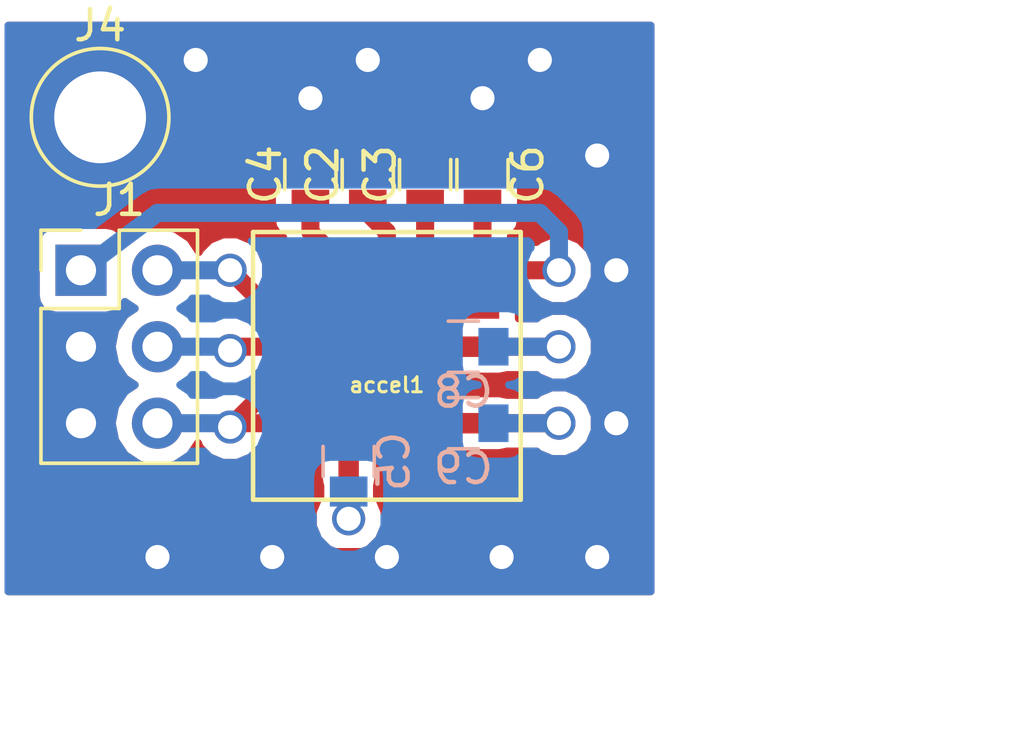
<source format=kicad_pcb>
(kicad_pcb (version 4) (host pcbnew 4.0.7)

  (general
    (links 25)
    (no_connects 0)
    (area 153.222618 93.717 197 120.175001)
    (thickness 1.6)
    (drawings 6)
    (tracks 90)
    (zones 0)
    (modules 10)
    (nets 11)
  )

  (page A4)
  (title_block
    (title "Evaluation Board - ADXL355")
    (date 2018-03-06)
  )

  (layers
    (0 F.Cu signal)
    (31 B.Cu signal)
    (32 B.Adhes user)
    (33 F.Adhes user)
    (34 B.Paste user)
    (35 F.Paste user)
    (36 B.SilkS user)
    (37 F.SilkS user)
    (38 B.Mask user)
    (39 F.Mask user)
    (40 Dwgs.User user)
    (41 Cmts.User user)
    (42 Eco1.User user)
    (43 Eco2.User user)
    (44 Edge.Cuts user)
    (45 Margin user)
    (46 B.CrtYd user)
    (47 F.CrtYd user)
    (48 B.Fab user)
    (49 F.Fab user)
  )

  (setup
    (last_trace_width 0.25)
    (user_trace_width 0.2)
    (user_trace_width 0.4)
    (user_trace_width 0.6)
    (trace_clearance 0.25)
    (zone_clearance 0.508)
    (zone_45_only yes)
    (trace_min 0.2)
    (segment_width 0.2)
    (edge_width 0.15)
    (via_size 0.6)
    (via_drill 0.4)
    (via_min_size 0.4)
    (via_min_drill 0.3)
    (user_via 0.4 0.3)
    (user_via 0.6 0.3)
    (user_via 0.8 0.3)
    (user_via 1 0.3)
    (user_via 1.1 0.8)
    (uvia_size 0.3)
    (uvia_drill 0.1)
    (uvias_allowed no)
    (uvia_min_size 0.2)
    (uvia_min_drill 0.1)
    (pcb_text_width 0.3)
    (pcb_text_size 1.5 1.5)
    (mod_edge_width 0.15)
    (mod_text_size 1 1)
    (mod_text_width 0.15)
    (pad_size 1.524 1.524)
    (pad_drill 0.762)
    (pad_to_mask_clearance 0.2)
    (aux_axis_origin 0 0)
    (visible_elements 7FFCF7FF)
    (pcbplotparams
      (layerselection 0x00030_80000001)
      (usegerberextensions false)
      (excludeedgelayer true)
      (linewidth 0.100000)
      (plotframeref false)
      (viasonmask false)
      (mode 1)
      (useauxorigin false)
      (hpglpennumber 1)
      (hpglpenspeed 20)
      (hpglpendiameter 15)
      (hpglpenoverlay 2)
      (psnegative false)
      (psa4output false)
      (plotreference true)
      (plotvalue false)
      (plotinvisibletext false)
      (padsonsilk false)
      (subtractmaskfromsilk false)
      (outputformat 2)
      (mirror false)
      (drillshape 1)
      (scaleselection 1)
      (outputdirectory ./))
  )

  (net 0 "")
  (net 1 "Net-(J1-Pad2)")
  (net 2 "Net-(J1-Pad4)")
  (net 3 "Net-(J1-Pad6)")
  (net 4 VDD)
  (net 5 GNDREF)
  (net 6 "Net-(C3-Pad1)")
  (net 7 "Net-(C2-Pad1)")
  (net 8 "Net-(C4-Pad1)")
  (net 9 "Net-(C9-Pad2)")
  (net 10 "Net-(C8-Pad2)")

  (net_class Default "Ceci est la Netclass par défaut"
    (clearance 0.25)
    (trace_width 0.25)
    (via_dia 0.6)
    (via_drill 0.4)
    (uvia_dia 0.3)
    (uvia_drill 0.1)
    (add_net GNDREF)
    (add_net "Net-(C2-Pad1)")
    (add_net "Net-(C3-Pad1)")
    (add_net "Net-(C4-Pad1)")
    (add_net "Net-(C8-Pad2)")
    (add_net "Net-(C9-Pad2)")
    (add_net "Net-(J1-Pad2)")
    (add_net "Net-(J1-Pad4)")
    (add_net "Net-(J1-Pad6)")
    (add_net VDD)
  )

  (module Pin_Headers:Pin_Header_Straight_2x03_Pitch2.54mm (layer F.Cu) (tedit 59650532) (tstamp 5A9E84AD)
    (at 160.655 102.87)
    (descr "Through hole straight pin header, 2x03, 2.54mm pitch, double rows")
    (tags "Through hole pin header THT 2x03 2.54mm double row")
    (path /5A9E6CCC)
    (fp_text reference J1 (at 1.27 -2.33) (layer F.SilkS)
      (effects (font (size 1 1) (thickness 0.15)))
    )
    (fp_text value Conn_02x03_Odd_Even (at 1.27 7.41) (layer F.Fab)
      (effects (font (size 1 1) (thickness 0.15)))
    )
    (fp_line (start 0 -1.27) (end 3.81 -1.27) (layer F.Fab) (width 0.1))
    (fp_line (start 3.81 -1.27) (end 3.81 6.35) (layer F.Fab) (width 0.1))
    (fp_line (start 3.81 6.35) (end -1.27 6.35) (layer F.Fab) (width 0.1))
    (fp_line (start -1.27 6.35) (end -1.27 0) (layer F.Fab) (width 0.1))
    (fp_line (start -1.27 0) (end 0 -1.27) (layer F.Fab) (width 0.1))
    (fp_line (start -1.33 6.41) (end 3.87 6.41) (layer F.SilkS) (width 0.12))
    (fp_line (start -1.33 1.27) (end -1.33 6.41) (layer F.SilkS) (width 0.12))
    (fp_line (start 3.87 -1.33) (end 3.87 6.41) (layer F.SilkS) (width 0.12))
    (fp_line (start -1.33 1.27) (end 1.27 1.27) (layer F.SilkS) (width 0.12))
    (fp_line (start 1.27 1.27) (end 1.27 -1.33) (layer F.SilkS) (width 0.12))
    (fp_line (start 1.27 -1.33) (end 3.87 -1.33) (layer F.SilkS) (width 0.12))
    (fp_line (start -1.33 0) (end -1.33 -1.33) (layer F.SilkS) (width 0.12))
    (fp_line (start -1.33 -1.33) (end 0 -1.33) (layer F.SilkS) (width 0.12))
    (fp_line (start -1.8 -1.8) (end -1.8 6.85) (layer F.CrtYd) (width 0.05))
    (fp_line (start -1.8 6.85) (end 4.35 6.85) (layer F.CrtYd) (width 0.05))
    (fp_line (start 4.35 6.85) (end 4.35 -1.8) (layer F.CrtYd) (width 0.05))
    (fp_line (start 4.35 -1.8) (end -1.8 -1.8) (layer F.CrtYd) (width 0.05))
    (fp_text user %R (at 1.27 2.54 90) (layer F.Fab)
      (effects (font (size 1 1) (thickness 0.15)))
    )
    (pad 1 thru_hole rect (at 0 0) (size 1.7 1.7) (drill 1) (layers *.Cu *.Mask)
      (net 4 VDD))
    (pad 2 thru_hole oval (at 2.54 0) (size 1.7 1.7) (drill 1) (layers *.Cu *.Mask)
      (net 1 "Net-(J1-Pad2)"))
    (pad 3 thru_hole oval (at 0 2.54) (size 1.7 1.7) (drill 1) (layers *.Cu *.Mask)
      (net 5 GNDREF))
    (pad 4 thru_hole oval (at 2.54 2.54) (size 1.7 1.7) (drill 1) (layers *.Cu *.Mask)
      (net 2 "Net-(J1-Pad4)"))
    (pad 5 thru_hole oval (at 0 5.08) (size 1.7 1.7) (drill 1) (layers *.Cu *.Mask)
      (net 5 GNDREF))
    (pad 6 thru_hole oval (at 2.54 5.08) (size 1.7 1.7) (drill 1) (layers *.Cu *.Mask)
      (net 3 "Net-(J1-Pad6)"))
    (model ${KISYS3DMOD}/Pin_Headers.3dshapes/Pin_Header_Straight_2x03_Pitch2.54mm.wrl
      (at (xyz 0 0 0))
      (scale (xyz 1 1 1))
      (rotate (xyz 0 0 0))
    )
  )

  (module Capacitors_SMD:C_0805 (layer B.Cu) (tedit 58AA8463) (tstamp 5A9E8491)
    (at 173.355 105.41)
    (descr "Capacitor SMD 0805, reflow soldering, AVX (see smccp.pdf)")
    (tags "capacitor 0805")
    (path /5A9E6A0B)
    (attr smd)
    (fp_text reference C8 (at 0 1.5) (layer B.SilkS)
      (effects (font (size 1 1) (thickness 0.15)) (justify mirror))
    )
    (fp_text value 0.1uF (at 0 -1.75) (layer B.Fab)
      (effects (font (size 1 1) (thickness 0.15)) (justify mirror))
    )
    (fp_text user %R (at 0 1.5) (layer B.Fab)
      (effects (font (size 1 1) (thickness 0.15)) (justify mirror))
    )
    (fp_line (start -1 -0.62) (end -1 0.62) (layer B.Fab) (width 0.1))
    (fp_line (start 1 -0.62) (end -1 -0.62) (layer B.Fab) (width 0.1))
    (fp_line (start 1 0.62) (end 1 -0.62) (layer B.Fab) (width 0.1))
    (fp_line (start -1 0.62) (end 1 0.62) (layer B.Fab) (width 0.1))
    (fp_line (start 0.5 0.85) (end -0.5 0.85) (layer B.SilkS) (width 0.12))
    (fp_line (start -0.5 -0.85) (end 0.5 -0.85) (layer B.SilkS) (width 0.12))
    (fp_line (start -1.75 0.88) (end 1.75 0.88) (layer B.CrtYd) (width 0.05))
    (fp_line (start -1.75 0.88) (end -1.75 -0.87) (layer B.CrtYd) (width 0.05))
    (fp_line (start 1.75 -0.87) (end 1.75 0.88) (layer B.CrtYd) (width 0.05))
    (fp_line (start 1.75 -0.87) (end -1.75 -0.87) (layer B.CrtYd) (width 0.05))
    (pad 1 smd rect (at -1 0) (size 1 1.25) (layers B.Cu B.Paste B.Mask)
      (net 5 GNDREF))
    (pad 2 smd rect (at 1 0) (size 1 1.25) (layers B.Cu B.Paste B.Mask)
      (net 10 "Net-(C8-Pad2)"))
    (model Capacitors_SMD.3dshapes/C_0805.wrl
      (at (xyz 0 0 0))
      (scale (xyz 1 1 1))
      (rotate (xyz 0 0 0))
    )
  )

  (module Accelerometer:ADXL355 (layer F.Cu) (tedit 5A9E82E0) (tstamp 5A9E8461)
    (at 173.355 106.68)
    (path /5A9D869E)
    (fp_text reference accel1 (at -2.54 0) (layer F.SilkS)
      (effects (font (size 0.5 0.5) (thickness 0.1)))
    )
    (fp_text value ADXL355 (at -2.54 -1.27) (layer F.Fab)
      (effects (font (size 0.5 0.5) (thickness 0.1)))
    )
    (fp_line (start -6.985 -5.08) (end 1.905 -5.08) (layer F.SilkS) (width 0.15))
    (fp_line (start 1.905 -5.08) (end 1.905 3.81) (layer F.SilkS) (width 0.15))
    (fp_line (start 1.905 3.81) (end -6.985 3.81) (layer F.SilkS) (width 0.15))
    (fp_line (start -6.985 3.81) (end -6.985 -5.08) (layer F.SilkS) (width 0.15))
    (pad 1 smd rect (at -5.08 -2.54) (size 1.8 0.68) (drill (offset -0.29 0)) (layers F.Cu F.Paste F.Mask)
      (net 1 "Net-(J1-Pad2)"))
    (pad 2 smd rect (at -5.08 -1.27) (size 1.8 0.68) (drill (offset -0.29 0)) (layers F.Cu F.Paste F.Mask)
      (net 2 "Net-(J1-Pad4)"))
    (pad 3 smd rect (at -5.08 0) (size 1.8 0.68) (drill (offset -0.29 0)) (layers F.Cu F.Paste F.Mask)
      (net 3 "Net-(J1-Pad6)"))
    (pad 4 smd rect (at -5.08 1.27) (size 1.8 0.68) (drill (offset -0.29 0)) (layers F.Cu F.Paste F.Mask)
      (net 3 "Net-(J1-Pad6)"))
    (pad 5 smd rect (at -3.81 2.54 270) (size 1.8 0.68) (drill (offset -0.34 0)) (layers F.Cu F.Paste F.Mask)
      (net 4 VDD))
    (pad 6 smd rect (at -2.54 2.54 270) (size 1.8 0.68) (drill (offset -0.34 0)) (layers F.Cu F.Paste F.Mask)
      (net 5 GNDREF))
    (pad 7 smd rect (at -1.27 2.54 270) (size 1.8 0.68) (drill (offset -0.34 0)) (layers F.Cu F.Paste F.Mask)
      (net 5 GNDREF))
    (pad 8 smd rect (at 0 1.27) (size 1.8 0.68) (drill (offset 0.29 0)) (layers F.Cu F.Paste F.Mask)
      (net 9 "Net-(C9-Pad2)"))
    (pad 9 smd rect (at 0 0) (size 1.8 0.68) (drill (offset 0.29 0)) (layers F.Cu F.Paste F.Mask)
      (net 5 GNDREF))
    (pad 10 smd rect (at 0 -1.27) (size 1.8 0.68) (drill (offset 0.29 0)) (layers F.Cu F.Paste F.Mask)
      (net 10 "Net-(C8-Pad2)"))
    (pad 11 smd rect (at 0 -2.54) (size 1.8 0.68) (drill (offset 0.29 0)) (layers F.Cu F.Paste F.Mask)
      (net 4 VDD))
    (pad 12 smd rect (at -1.27 -3.81 90) (size 1.8 0.68) (drill (offset -0.34 0)) (layers F.Cu F.Paste F.Mask)
      (net 6 "Net-(C3-Pad1)"))
    (pad 13 smd rect (at -2.54 -3.81 90) (size 1.8 0.68) (drill (offset -0.34 0)) (layers F.Cu F.Paste F.Mask)
      (net 7 "Net-(C2-Pad1)"))
    (pad 14 smd rect (at -3.81 -3.81 90) (size 1.8 0.68) (drill (offset -0.34 0)) (layers F.Cu F.Paste F.Mask)
      (net 8 "Net-(C4-Pad1)"))
  )

  (module Capacitors_SMD:C_0805 (layer F.Cu) (tedit 58AA8463) (tstamp 5A9E846D)
    (at 170.18 99.695 90)
    (descr "Capacitor SMD 0805, reflow soldering, AVX (see smccp.pdf)")
    (tags "capacitor 0805")
    (path /5A9E5244)
    (attr smd)
    (fp_text reference C2 (at 0 -1.5 90) (layer F.SilkS)
      (effects (font (size 1 1) (thickness 0.15)))
    )
    (fp_text value 0.1uF (at 0 1.75 90) (layer F.Fab)
      (effects (font (size 1 1) (thickness 0.15)))
    )
    (fp_text user %R (at 0 -1.5 90) (layer F.Fab)
      (effects (font (size 1 1) (thickness 0.15)))
    )
    (fp_line (start -1 0.62) (end -1 -0.62) (layer F.Fab) (width 0.1))
    (fp_line (start 1 0.62) (end -1 0.62) (layer F.Fab) (width 0.1))
    (fp_line (start 1 -0.62) (end 1 0.62) (layer F.Fab) (width 0.1))
    (fp_line (start -1 -0.62) (end 1 -0.62) (layer F.Fab) (width 0.1))
    (fp_line (start 0.5 -0.85) (end -0.5 -0.85) (layer F.SilkS) (width 0.12))
    (fp_line (start -0.5 0.85) (end 0.5 0.85) (layer F.SilkS) (width 0.12))
    (fp_line (start -1.75 -0.88) (end 1.75 -0.88) (layer F.CrtYd) (width 0.05))
    (fp_line (start -1.75 -0.88) (end -1.75 0.87) (layer F.CrtYd) (width 0.05))
    (fp_line (start 1.75 0.87) (end 1.75 -0.88) (layer F.CrtYd) (width 0.05))
    (fp_line (start 1.75 0.87) (end -1.75 0.87) (layer F.CrtYd) (width 0.05))
    (pad 1 smd rect (at -1 0 90) (size 1 1.25) (layers F.Cu F.Paste F.Mask)
      (net 7 "Net-(C2-Pad1)"))
    (pad 2 smd rect (at 1 0 90) (size 1 1.25) (layers F.Cu F.Paste F.Mask)
      (net 5 GNDREF))
    (model Capacitors_SMD.3dshapes/C_0805.wrl
      (at (xyz 0 0 0))
      (scale (xyz 1 1 1))
      (rotate (xyz 0 0 0))
    )
  )

  (module Capacitors_SMD:C_0805 (layer F.Cu) (tedit 58AA8463) (tstamp 5A9E8473)
    (at 172.085 99.695 90)
    (descr "Capacitor SMD 0805, reflow soldering, AVX (see smccp.pdf)")
    (tags "capacitor 0805")
    (path /5A9E511E)
    (attr smd)
    (fp_text reference C3 (at 0 -1.5 90) (layer F.SilkS)
      (effects (font (size 1 1) (thickness 0.15)))
    )
    (fp_text value 0.1uF (at 0 1.75 90) (layer F.Fab)
      (effects (font (size 1 1) (thickness 0.15)))
    )
    (fp_text user %R (at 0 -1.5 90) (layer F.Fab)
      (effects (font (size 1 1) (thickness 0.15)))
    )
    (fp_line (start -1 0.62) (end -1 -0.62) (layer F.Fab) (width 0.1))
    (fp_line (start 1 0.62) (end -1 0.62) (layer F.Fab) (width 0.1))
    (fp_line (start 1 -0.62) (end 1 0.62) (layer F.Fab) (width 0.1))
    (fp_line (start -1 -0.62) (end 1 -0.62) (layer F.Fab) (width 0.1))
    (fp_line (start 0.5 -0.85) (end -0.5 -0.85) (layer F.SilkS) (width 0.12))
    (fp_line (start -0.5 0.85) (end 0.5 0.85) (layer F.SilkS) (width 0.12))
    (fp_line (start -1.75 -0.88) (end 1.75 -0.88) (layer F.CrtYd) (width 0.05))
    (fp_line (start -1.75 -0.88) (end -1.75 0.87) (layer F.CrtYd) (width 0.05))
    (fp_line (start 1.75 0.87) (end 1.75 -0.88) (layer F.CrtYd) (width 0.05))
    (fp_line (start 1.75 0.87) (end -1.75 0.87) (layer F.CrtYd) (width 0.05))
    (pad 1 smd rect (at -1 0 90) (size 1 1.25) (layers F.Cu F.Paste F.Mask)
      (net 6 "Net-(C3-Pad1)"))
    (pad 2 smd rect (at 1 0 90) (size 1 1.25) (layers F.Cu F.Paste F.Mask)
      (net 5 GNDREF))
    (model Capacitors_SMD.3dshapes/C_0805.wrl
      (at (xyz 0 0 0))
      (scale (xyz 1 1 1))
      (rotate (xyz 0 0 0))
    )
  )

  (module Capacitors_SMD:C_0805 (layer F.Cu) (tedit 58AA8463) (tstamp 5A9E8479)
    (at 168.275 99.695 90)
    (descr "Capacitor SMD 0805, reflow soldering, AVX (see smccp.pdf)")
    (tags "capacitor 0805")
    (path /5A9E8B93)
    (attr smd)
    (fp_text reference C4 (at 0 -1.5 90) (layer F.SilkS)
      (effects (font (size 1 1) (thickness 0.15)))
    )
    (fp_text value 0.1uF (at 0 1.75 90) (layer F.Fab)
      (effects (font (size 1 1) (thickness 0.15)))
    )
    (fp_text user %R (at 0 -1.5 90) (layer F.Fab)
      (effects (font (size 1 1) (thickness 0.15)))
    )
    (fp_line (start -1 0.62) (end -1 -0.62) (layer F.Fab) (width 0.1))
    (fp_line (start 1 0.62) (end -1 0.62) (layer F.Fab) (width 0.1))
    (fp_line (start 1 -0.62) (end 1 0.62) (layer F.Fab) (width 0.1))
    (fp_line (start -1 -0.62) (end 1 -0.62) (layer F.Fab) (width 0.1))
    (fp_line (start 0.5 -0.85) (end -0.5 -0.85) (layer F.SilkS) (width 0.12))
    (fp_line (start -0.5 0.85) (end 0.5 0.85) (layer F.SilkS) (width 0.12))
    (fp_line (start -1.75 -0.88) (end 1.75 -0.88) (layer F.CrtYd) (width 0.05))
    (fp_line (start -1.75 -0.88) (end -1.75 0.87) (layer F.CrtYd) (width 0.05))
    (fp_line (start 1.75 0.87) (end 1.75 -0.88) (layer F.CrtYd) (width 0.05))
    (fp_line (start 1.75 0.87) (end -1.75 0.87) (layer F.CrtYd) (width 0.05))
    (pad 1 smd rect (at -1 0 90) (size 1 1.25) (layers F.Cu F.Paste F.Mask)
      (net 8 "Net-(C4-Pad1)"))
    (pad 2 smd rect (at 1 0 90) (size 1 1.25) (layers F.Cu F.Paste F.Mask)
      (net 5 GNDREF))
    (model Capacitors_SMD.3dshapes/C_0805.wrl
      (at (xyz 0 0 0))
      (scale (xyz 1 1 1))
      (rotate (xyz 0 0 0))
    )
  )

  (module Capacitors_SMD:C_0805 (layer B.Cu) (tedit 58AA8463) (tstamp 5A9E847F)
    (at 169.545 109.22 90)
    (descr "Capacitor SMD 0805, reflow soldering, AVX (see smccp.pdf)")
    (tags "capacitor 0805")
    (path /5A9E54AD)
    (attr smd)
    (fp_text reference C5 (at 0 1.5 90) (layer B.SilkS)
      (effects (font (size 1 1) (thickness 0.15)) (justify mirror))
    )
    (fp_text value 0.1uF (at 0 -1.75 90) (layer B.Fab)
      (effects (font (size 1 1) (thickness 0.15)) (justify mirror))
    )
    (fp_text user %R (at 0 1.5 90) (layer B.Fab)
      (effects (font (size 1 1) (thickness 0.15)) (justify mirror))
    )
    (fp_line (start -1 -0.62) (end -1 0.62) (layer B.Fab) (width 0.1))
    (fp_line (start 1 -0.62) (end -1 -0.62) (layer B.Fab) (width 0.1))
    (fp_line (start 1 0.62) (end 1 -0.62) (layer B.Fab) (width 0.1))
    (fp_line (start -1 0.62) (end 1 0.62) (layer B.Fab) (width 0.1))
    (fp_line (start 0.5 0.85) (end -0.5 0.85) (layer B.SilkS) (width 0.12))
    (fp_line (start -0.5 -0.85) (end 0.5 -0.85) (layer B.SilkS) (width 0.12))
    (fp_line (start -1.75 0.88) (end 1.75 0.88) (layer B.CrtYd) (width 0.05))
    (fp_line (start -1.75 0.88) (end -1.75 -0.87) (layer B.CrtYd) (width 0.05))
    (fp_line (start 1.75 -0.87) (end 1.75 0.88) (layer B.CrtYd) (width 0.05))
    (fp_line (start 1.75 -0.87) (end -1.75 -0.87) (layer B.CrtYd) (width 0.05))
    (pad 1 smd rect (at -1 0 90) (size 1 1.25) (layers B.Cu B.Paste B.Mask)
      (net 4 VDD))
    (pad 2 smd rect (at 1 0 90) (size 1 1.25) (layers B.Cu B.Paste B.Mask)
      (net 5 GNDREF))
    (model Capacitors_SMD.3dshapes/C_0805.wrl
      (at (xyz 0 0 0))
      (scale (xyz 1 1 1))
      (rotate (xyz 0 0 0))
    )
  )

  (module Capacitors_SMD:C_0805 (layer F.Cu) (tedit 58AA8463) (tstamp 5A9E8485)
    (at 173.99 99.695 270)
    (descr "Capacitor SMD 0805, reflow soldering, AVX (see smccp.pdf)")
    (tags "capacitor 0805")
    (path /5A9D7E4D)
    (attr smd)
    (fp_text reference C6 (at 0 -1.5 270) (layer F.SilkS)
      (effects (font (size 1 1) (thickness 0.15)))
    )
    (fp_text value 0.1uF (at 0 1.75 270) (layer F.Fab)
      (effects (font (size 1 1) (thickness 0.15)))
    )
    (fp_text user %R (at 0 -1.5 270) (layer F.Fab)
      (effects (font (size 1 1) (thickness 0.15)))
    )
    (fp_line (start -1 0.62) (end -1 -0.62) (layer F.Fab) (width 0.1))
    (fp_line (start 1 0.62) (end -1 0.62) (layer F.Fab) (width 0.1))
    (fp_line (start 1 -0.62) (end 1 0.62) (layer F.Fab) (width 0.1))
    (fp_line (start -1 -0.62) (end 1 -0.62) (layer F.Fab) (width 0.1))
    (fp_line (start 0.5 -0.85) (end -0.5 -0.85) (layer F.SilkS) (width 0.12))
    (fp_line (start -0.5 0.85) (end 0.5 0.85) (layer F.SilkS) (width 0.12))
    (fp_line (start -1.75 -0.88) (end 1.75 -0.88) (layer F.CrtYd) (width 0.05))
    (fp_line (start -1.75 -0.88) (end -1.75 0.87) (layer F.CrtYd) (width 0.05))
    (fp_line (start 1.75 0.87) (end 1.75 -0.88) (layer F.CrtYd) (width 0.05))
    (fp_line (start 1.75 0.87) (end -1.75 0.87) (layer F.CrtYd) (width 0.05))
    (pad 1 smd rect (at -1 0 270) (size 1 1.25) (layers F.Cu F.Paste F.Mask)
      (net 5 GNDREF))
    (pad 2 smd rect (at 1 0 270) (size 1 1.25) (layers F.Cu F.Paste F.Mask)
      (net 4 VDD))
    (model Capacitors_SMD.3dshapes/C_0805.wrl
      (at (xyz 0 0 0))
      (scale (xyz 1 1 1))
      (rotate (xyz 0 0 0))
    )
  )

  (module Capacitors_SMD:C_0805 (layer B.Cu) (tedit 58AA8463) (tstamp 5A9E8497)
    (at 173.355 107.95)
    (descr "Capacitor SMD 0805, reflow soldering, AVX (see smccp.pdf)")
    (tags "capacitor 0805")
    (path /5A9E6AB5)
    (attr smd)
    (fp_text reference C9 (at 0 1.5) (layer B.SilkS)
      (effects (font (size 1 1) (thickness 0.15)) (justify mirror))
    )
    (fp_text value 0.1uF (at 0 -1.75) (layer B.Fab)
      (effects (font (size 1 1) (thickness 0.15)) (justify mirror))
    )
    (fp_text user %R (at 0 1.5) (layer B.Fab)
      (effects (font (size 1 1) (thickness 0.15)) (justify mirror))
    )
    (fp_line (start -1 -0.62) (end -1 0.62) (layer B.Fab) (width 0.1))
    (fp_line (start 1 -0.62) (end -1 -0.62) (layer B.Fab) (width 0.1))
    (fp_line (start 1 0.62) (end 1 -0.62) (layer B.Fab) (width 0.1))
    (fp_line (start -1 0.62) (end 1 0.62) (layer B.Fab) (width 0.1))
    (fp_line (start 0.5 0.85) (end -0.5 0.85) (layer B.SilkS) (width 0.12))
    (fp_line (start -0.5 -0.85) (end 0.5 -0.85) (layer B.SilkS) (width 0.12))
    (fp_line (start -1.75 0.88) (end 1.75 0.88) (layer B.CrtYd) (width 0.05))
    (fp_line (start -1.75 0.88) (end -1.75 -0.87) (layer B.CrtYd) (width 0.05))
    (fp_line (start 1.75 -0.87) (end 1.75 0.88) (layer B.CrtYd) (width 0.05))
    (fp_line (start 1.75 -0.87) (end -1.75 -0.87) (layer B.CrtYd) (width 0.05))
    (pad 1 smd rect (at -1 0) (size 1 1.25) (layers B.Cu B.Paste B.Mask)
      (net 5 GNDREF))
    (pad 2 smd rect (at 1 0) (size 1 1.25) (layers B.Cu B.Paste B.Mask)
      (net 9 "Net-(C9-Pad2)"))
    (model Capacitors_SMD.3dshapes/C_0805.wrl
      (at (xyz 0 0 0))
      (scale (xyz 1 1 1))
      (rotate (xyz 0 0 0))
    )
  )

  (module Connectors:1pin (layer F.Cu) (tedit 5861332C) (tstamp 5A9F9F73)
    (at 161.29 97.79)
    (descr "module 1 pin (ou trou mecanique de percage)")
    (tags DEV)
    (path /5A9EBFBA)
    (fp_text reference J4 (at 0 -3.048) (layer F.SilkS)
      (effects (font (size 1 1) (thickness 0.15)))
    )
    (fp_text value Conn_01x01 (at 0 3) (layer F.Fab)
      (effects (font (size 1 1) (thickness 0.15)))
    )
    (fp_circle (center 0 0) (end 2 0.8) (layer F.Fab) (width 0.1))
    (fp_circle (center 0 0) (end 2.6 0) (layer F.CrtYd) (width 0.05))
    (fp_circle (center 0 0) (end 0 -2.286) (layer F.SilkS) (width 0.12))
    (pad 1 thru_hole circle (at 0 0) (size 4.064 4.064) (drill 3.048) (layers *.Cu *.Mask)
      (net 5 GNDREF))
  )

  (dimension 21.59 (width 0.3) (layer F.Fab)
    (gr_text "21,590 mm" (at 168.91 118.825) (layer F.Fab)
      (effects (font (size 1.5 1.5) (thickness 0.3)))
    )
    (feature1 (pts (xy 179.705 115.57) (xy 179.705 120.175)))
    (feature2 (pts (xy 158.115 115.57) (xy 158.115 120.175)))
    (crossbar (pts (xy 158.115 117.475) (xy 179.705 117.475)))
    (arrow1a (pts (xy 179.705 117.475) (xy 178.578496 118.061421)))
    (arrow1b (pts (xy 179.705 117.475) (xy 178.578496 116.888579)))
    (arrow2a (pts (xy 158.115 117.475) (xy 159.241504 118.061421)))
    (arrow2b (pts (xy 158.115 117.475) (xy 159.241504 116.888579)))
  )
  (gr_line (start 179.705 113.665) (end 158.115 113.665) (angle 90) (layer F.Fab) (width 0.2))
  (gr_line (start 179.705 94.615) (end 179.705 113.665) (angle 90) (layer F.Fab) (width 0.2))
  (gr_line (start 158.115 94.615) (end 179.705 94.615) (angle 90) (layer F.Fab) (width 0.2))
  (dimension 19.05 (width 0.3) (layer F.Fab)
    (gr_text "19,050 mm" (at 190.5 105.41 270) (layer F.Fab)
      (effects (font (size 1.5 1.5) (thickness 0.3)))
    )
    (feature1 (pts (xy 184.785 113.665) (xy 190.66 113.665)))
    (feature2 (pts (xy 184.785 94.615) (xy 190.66 94.615)))
    (crossbar (pts (xy 187.96 94.615) (xy 187.96 113.665)))
    (arrow1a (pts (xy 187.96 113.665) (xy 187.373579 112.538496)))
    (arrow1b (pts (xy 187.96 113.665) (xy 188.546421 112.538496)))
    (arrow2a (pts (xy 187.96 94.615) (xy 187.373579 95.741504)))
    (arrow2b (pts (xy 187.96 94.615) (xy 188.546421 95.741504)))
  )
  (gr_line (start 158.115 113.665) (end 158.115 94.615) (angle 90) (layer F.Fab) (width 0.2))

  (segment (start 168.275 104.14) (end 166.878 104.14) (width 0.6) (layer F.Cu) (net 1))
  (segment (start 165.608 102.87) (end 163.195 102.87) (width 0.6) (layer B.Cu) (net 1) (tstamp 5A9FBD45))
  (via (at 165.608 102.87) (size 1.1) (drill 0.8) (layers F.Cu B.Cu) (net 1))
  (segment (start 166.878 104.14) (end 165.608 102.87) (width 0.6) (layer F.Cu) (net 1) (tstamp 5A9FBD42))
  (segment (start 168.275 105.41) (end 165.735 105.41) (width 0.6) (layer F.Cu) (net 2))
  (segment (start 165.481 105.41) (end 163.195 105.41) (width 0.6) (layer B.Cu) (net 2) (tstamp 5A9FBD50))
  (segment (start 165.608 105.537) (end 165.481 105.41) (width 0.6) (layer B.Cu) (net 2) (tstamp 5A9FBD4F))
  (via (at 165.608 105.537) (size 1.1) (drill 0.8) (layers F.Cu B.Cu) (net 2))
  (segment (start 165.735 105.41) (end 165.608 105.537) (width 0.6) (layer F.Cu) (net 2) (tstamp 5A9FBD4C))
  (segment (start 168.275 106.68) (end 167.005 106.68) (width 0.6) (layer F.Cu) (net 3))
  (segment (start 167.005 106.68) (end 165.608 108.077) (width 0.6) (layer F.Cu) (net 3) (tstamp 5A9FBD5E))
  (segment (start 168.275 107.95) (end 165.735 107.95) (width 0.6) (layer F.Cu) (net 3))
  (segment (start 165.481 107.95) (end 163.195 107.95) (width 0.6) (layer B.Cu) (net 3) (tstamp 5A9FBD58))
  (segment (start 165.608 108.077) (end 165.481 107.95) (width 0.6) (layer B.Cu) (net 3) (tstamp 5A9FBD57))
  (via (at 165.608 108.077) (size 1.1) (drill 0.8) (layers F.Cu B.Cu) (net 3))
  (segment (start 165.735 107.95) (end 165.608 108.077) (width 0.6) (layer F.Cu) (net 3) (tstamp 5A9FBD54))
  (segment (start 169.545 109.22) (end 169.545 111.125) (width 0.6) (layer F.Cu) (net 4))
  (segment (start 169.545 111.125) (end 169.545 110.22) (width 0.6) (layer B.Cu) (net 4) (tstamp 5A9FC5F5))
  (via (at 169.545 111.125) (size 1.1) (drill 0.8) (layers F.Cu B.Cu) (net 4))
  (segment (start 173.355 104.14) (end 173.101 104.14) (width 0.25) (layer F.Cu) (net 4))
  (segment (start 165.735 100.965) (end 163.195 100.965) (width 0.6) (layer B.Cu) (net 4))
  (segment (start 163.195 100.965) (end 160.655 102.87) (width 0.6) (layer B.Cu) (net 4) (tstamp 5A9FAF27))
  (segment (start 165.735 100.965) (end 175.895 100.965) (width 0.6) (layer B.Cu) (net 4))
  (segment (start 176.53 102.87) (end 173.99 102.87) (width 0.6) (layer F.Cu) (net 4) (tstamp 5A9FAEF1))
  (via (at 176.53 102.87) (size 1.1) (drill 0.8) (layers F.Cu B.Cu) (net 4))
  (segment (start 176.53 101.6) (end 176.53 102.87) (width 0.6) (layer B.Cu) (net 4) (tstamp 5A9FAEED))
  (segment (start 175.895 100.965) (end 176.53 101.6) (width 0.6) (layer B.Cu) (net 4) (tstamp 5A9FAEEC))
  (segment (start 173.99 100.695) (end 173.99 102.87) (width 0.6) (layer F.Cu) (net 4))
  (segment (start 173.99 102.87) (end 173.99 103.505) (width 0.6) (layer F.Cu) (net 4) (tstamp 5A9FAEF6))
  (segment (start 173.99 103.505) (end 173.355 104.14) (width 0.6) (layer F.Cu) (net 4) (tstamp 5A9FAEE0))
  (segment (start 173.101 104.14) (end 169.545 107.696) (width 0.25) (layer F.Cu) (net 4) (tstamp 5A9FBCD2))
  (segment (start 169.545 107.696) (end 169.545 109.22) (width 0.25) (layer F.Cu) (net 4) (tstamp 5A9FBCD6))
  (segment (start 172.355 107.95) (end 169.815 107.95) (width 0.6) (layer B.Cu) (net 5))
  (segment (start 169.815 107.95) (end 169.545 108.22) (width 0.6) (layer B.Cu) (net 5) (tstamp 5A9FC8A2))
  (segment (start 172.355 105.41) (end 172.085 105.41) (width 0.6) (layer B.Cu) (net 5))
  (segment (start 172.085 105.41) (end 167.005 110.49) (width 0.6) (layer B.Cu) (net 5) (tstamp 5A9FC892))
  (segment (start 167.005 110.49) (end 163.195 110.49) (width 0.6) (layer B.Cu) (net 5) (tstamp 5A9FC899))
  (segment (start 163.195 110.49) (end 160.655 107.95) (width 0.6) (layer B.Cu) (net 5) (tstamp 5A9FC89D))
  (via (at 168.275 97.155) (size 1.1) (drill 0.8) (layers F.Cu B.Cu) (net 5))
  (segment (start 161.29 97.79) (end 161.925 97.79) (width 0.6) (layer B.Cu) (net 5))
  (segment (start 161.925 97.79) (end 164.465 95.885) (width 0.6) (layer B.Cu) (net 5) (tstamp 5A9FC07C))
  (via (at 164.465 95.885) (size 1.1) (drill 0.8) (layers F.Cu B.Cu) (net 5))
  (segment (start 164.465 95.885) (end 170.18 95.885) (width 0.6) (layer F.Cu) (net 5) (tstamp 5A9FC082))
  (via (at 170.18 95.885) (size 1.1) (drill 0.8) (layers F.Cu B.Cu) (net 5))
  (segment (start 170.18 95.885) (end 175.895 95.885) (width 0.6) (layer B.Cu) (net 5) (tstamp 5A9FC085))
  (via (at 175.895 95.885) (size 1.1) (drill 0.8) (layers F.Cu B.Cu) (net 5))
  (segment (start 175.895 95.885) (end 177.8 99.06) (width 0.6) (layer F.Cu) (net 5) (tstamp 5A9FC088))
  (via (at 177.8 99.06) (size 1.1) (drill 0.8) (layers F.Cu B.Cu) (net 5))
  (segment (start 177.8 99.06) (end 178.435 102.87) (width 0.6) (layer B.Cu) (net 5) (tstamp 5A9FC08D))
  (via (at 178.435 102.87) (size 1.1) (drill 0.8) (layers F.Cu B.Cu) (net 5))
  (segment (start 178.435 102.87) (end 178.435 107.95) (width 0.6) (layer F.Cu) (net 5) (tstamp 5A9FC090))
  (via (at 178.435 107.95) (size 1.1) (drill 0.8) (layers F.Cu B.Cu) (net 5))
  (segment (start 178.435 107.95) (end 177.8 112.395) (width 0.6) (layer B.Cu) (net 5) (tstamp 5A9FC093))
  (segment (start 177.8 112.395) (end 177.8 112.395) (width 0.6) (layer B.Cu) (net 5) (tstamp 5A9FC094))
  (via (at 177.8 112.395) (size 1.1) (drill 0.8) (layers F.Cu B.Cu) (net 5))
  (segment (start 177.8 112.395) (end 174.625 112.395) (width 0.6) (layer F.Cu) (net 5) (tstamp 5A9FC0B1))
  (via (at 174.625 112.395) (size 1.1) (drill 0.8) (layers F.Cu B.Cu) (net 5))
  (segment (start 174.625 112.395) (end 170.815 112.395) (width 0.6) (layer B.Cu) (net 5) (tstamp 5A9FC0B4))
  (via (at 170.815 112.395) (size 1.1) (drill 0.8) (layers F.Cu B.Cu) (net 5))
  (segment (start 170.815 112.395) (end 167.005 112.395) (width 0.6) (layer F.Cu) (net 5) (tstamp 5A9FC0CB))
  (via (at 167.005 112.395) (size 1.1) (drill 0.8) (layers F.Cu B.Cu) (net 5))
  (segment (start 167.005 112.395) (end 163.195 112.395) (width 0.6) (layer B.Cu) (net 5) (tstamp 5A9FC0D1))
  (via (at 163.195 112.395) (size 1.1) (drill 0.8) (layers F.Cu B.Cu) (net 5))
  (segment (start 163.195 112.395) (end 160.655 109.855) (width 0.6) (layer F.Cu) (net 5) (tstamp 5A9FC0E8))
  (segment (start 160.655 109.855) (end 160.655 107.95) (width 0.6) (layer F.Cu) (net 5) (tstamp 5A9FC0E9))
  (segment (start 172.085 109.22) (end 172.085 106.68) (width 0.25) (layer F.Cu) (net 5))
  (segment (start 170.815 109.22) (end 170.815 107.442) (width 0.25) (layer F.Cu) (net 5))
  (segment (start 171.577 106.68) (end 172.085 106.68) (width 0.25) (layer F.Cu) (net 5) (tstamp 5A9FBF7E))
  (segment (start 172.085 106.68) (end 173.355 106.68) (width 0.25) (layer F.Cu) (net 5) (tstamp 5A9FBF84))
  (segment (start 170.815 107.442) (end 171.577 106.68) (width 0.25) (layer F.Cu) (net 5) (tstamp 5A9FBF7C))
  (via (at 173.99 97.155) (size 1.1) (drill 0.8) (layers F.Cu B.Cu) (net 5))
  (segment (start 170.18 97.155) (end 170.18 98.695) (width 0.6) (layer F.Cu) (net 5))
  (segment (start 172.085 97.155) (end 172.085 98.695) (width 0.6) (layer F.Cu) (net 5))
  (segment (start 168.275 98.695) (end 168.275 97.155) (width 0.6) (layer F.Cu) (net 5))
  (segment (start 173.99 97.155) (end 173.99 98.695) (width 0.6) (layer F.Cu) (net 5) (tstamp 5A9FB4CD))
  (segment (start 168.275 97.155) (end 170.18 97.155) (width 0.6) (layer F.Cu) (net 5) (tstamp 5A9FB4CC))
  (segment (start 170.18 97.155) (end 172.085 97.155) (width 0.6) (layer F.Cu) (net 5) (tstamp 5A9FB4D7))
  (segment (start 172.085 97.155) (end 173.99 97.155) (width 0.6) (layer F.Cu) (net 5) (tstamp 5A9FB4D3))
  (segment (start 172.085 100.695) (end 172.085 102.87) (width 0.6) (layer F.Cu) (net 6))
  (segment (start 170.815 101.6) (end 170.815 102.87) (width 0.6) (layer F.Cu) (net 7) (tstamp 5A9FB115))
  (segment (start 170.18 100.965) (end 170.815 101.6) (width 0.6) (layer F.Cu) (net 7) (tstamp 5A9FB114))
  (segment (start 170.18 100.695) (end 170.18 100.965) (width 0.6) (layer F.Cu) (net 7))
  (segment (start 168.275 101.6) (end 169.545 102.87) (width 0.6) (layer F.Cu) (net 8) (tstamp 5A9FB118))
  (segment (start 168.275 100.695) (end 168.275 101.6) (width 0.6) (layer F.Cu) (net 8))
  (segment (start 173.355 107.95) (end 176.53 107.95) (width 0.6) (layer F.Cu) (net 9))
  (segment (start 176.53 107.95) (end 174.355 107.95) (width 0.6) (layer B.Cu) (net 9) (tstamp 5A9FC592))
  (via (at 176.53 107.95) (size 1.1) (drill 0.8) (layers F.Cu B.Cu) (net 9))
  (segment (start 173.355 105.41) (end 176.53 105.41) (width 0.6) (layer F.Cu) (net 10))
  (segment (start 176.53 105.41) (end 174.355 105.41) (width 0.6) (layer B.Cu) (net 10) (tstamp 5A9FC59B))
  (via (at 176.53 105.41) (size 1.1) (drill 0.8) (layers F.Cu B.Cu) (net 10))

  (zone (net 5) (net_name GNDREF) (layer F.Cu) (tstamp 5A9FC93C) (hatch edge 0.508)
    (connect_pads yes (clearance 0.508))
    (min_thickness 0.254)
    (fill yes (arc_segments 16) (thermal_gap 0.508) (thermal_bridge_width 0.508))
    (polygon
      (pts
        (xy 179.705 113.665) (xy 158.115 113.665) (xy 158.115 94.615) (xy 179.705 94.615)
      )
    )
    (filled_polygon
      (pts
        (xy 179.578 113.538) (xy 158.242 113.538) (xy 158.242 102.02) (xy 159.15756 102.02) (xy 159.15756 103.72)
        (xy 159.201838 103.955317) (xy 159.34091 104.171441) (xy 159.55311 104.316431) (xy 159.805 104.36744) (xy 161.505 104.36744)
        (xy 161.740317 104.323162) (xy 161.956441 104.18409) (xy 162.101431 103.97189) (xy 162.112841 103.915546) (xy 162.115853 103.920054)
        (xy 162.445026 104.14) (xy 162.115853 104.359946) (xy 161.793946 104.841715) (xy 161.680907 105.41) (xy 161.793946 105.978285)
        (xy 162.115853 106.460054) (xy 162.445026 106.68) (xy 162.115853 106.899946) (xy 161.793946 107.381715) (xy 161.680907 107.95)
        (xy 161.793946 108.518285) (xy 162.115853 109.000054) (xy 162.597622 109.321961) (xy 163.165907 109.435) (xy 163.224093 109.435)
        (xy 163.792378 109.321961) (xy 164.274147 109.000054) (xy 164.541746 108.599563) (xy 164.60282 108.747372) (xy 164.935875 109.081009)
        (xy 165.371255 109.261794) (xy 165.842677 109.262206) (xy 166.278372 109.08218) (xy 166.475897 108.885) (xy 166.831016 108.885)
        (xy 166.83311 108.886431) (xy 167.085 108.93744) (xy 168.55756 108.93744) (xy 168.55756 109.78) (xy 168.601838 110.015317)
        (xy 168.61 110.028001) (xy 168.61 110.383986) (xy 168.540991 110.452875) (xy 168.360206 110.888255) (xy 168.359794 111.359677)
        (xy 168.53982 111.795372) (xy 168.872875 112.129009) (xy 169.308255 112.309794) (xy 169.779677 112.310206) (xy 170.215372 112.13018)
        (xy 170.549009 111.797125) (xy 170.729794 111.361745) (xy 170.730206 110.890323) (xy 170.55018 110.454628) (xy 170.48 110.384325)
        (xy 170.48 110.033984) (xy 170.481431 110.03189) (xy 170.53244 109.78) (xy 170.53244 107.98) (xy 170.501299 107.814503)
        (xy 170.705802 107.61) (xy 172.09756 107.61) (xy 172.09756 108.29) (xy 172.141838 108.525317) (xy 172.28091 108.741441)
        (xy 172.49311 108.886431) (xy 172.745 108.93744) (xy 174.545 108.93744) (xy 174.780317 108.893162) (xy 174.793001 108.885)
        (xy 175.788986 108.885) (xy 175.857875 108.954009) (xy 176.293255 109.134794) (xy 176.764677 109.135206) (xy 177.200372 108.95518)
        (xy 177.534009 108.622125) (xy 177.714794 108.186745) (xy 177.715206 107.715323) (xy 177.53518 107.279628) (xy 177.202125 106.945991)
        (xy 176.766745 106.765206) (xy 176.295323 106.764794) (xy 175.859628 106.94482) (xy 175.789325 107.015) (xy 174.798984 107.015)
        (xy 174.79689 107.013569) (xy 174.545 106.96256) (xy 172.745 106.96256) (xy 172.509683 107.006838) (xy 172.293559 107.14591)
        (xy 172.148569 107.35811) (xy 172.09756 107.61) (xy 170.705802 107.61) (xy 172.2157 106.100102) (xy 172.28091 106.201441)
        (xy 172.49311 106.346431) (xy 172.745 106.39744) (xy 174.545 106.39744) (xy 174.780317 106.353162) (xy 174.793001 106.345)
        (xy 175.788986 106.345) (xy 175.857875 106.414009) (xy 176.293255 106.594794) (xy 176.764677 106.595206) (xy 177.200372 106.41518)
        (xy 177.534009 106.082125) (xy 177.714794 105.646745) (xy 177.715206 105.175323) (xy 177.53518 104.739628) (xy 177.202125 104.405991)
        (xy 176.766745 104.225206) (xy 176.295323 104.224794) (xy 175.859628 104.40482) (xy 175.789325 104.475) (xy 175.19244 104.475)
        (xy 175.19244 103.805) (xy 175.788986 103.805) (xy 175.857875 103.874009) (xy 176.293255 104.054794) (xy 176.764677 104.055206)
        (xy 177.200372 103.87518) (xy 177.534009 103.542125) (xy 177.714794 103.106745) (xy 177.715206 102.635323) (xy 177.53518 102.199628)
        (xy 177.202125 101.865991) (xy 176.766745 101.685206) (xy 176.295323 101.684794) (xy 175.859628 101.86482) (xy 175.789325 101.935)
        (xy 174.925 101.935) (xy 174.925 101.750105) (xy 175.066441 101.65909) (xy 175.211431 101.44689) (xy 175.26244 101.195)
        (xy 175.26244 100.195) (xy 175.218162 99.959683) (xy 175.07909 99.743559) (xy 174.86689 99.598569) (xy 174.615 99.54756)
        (xy 173.365 99.54756) (xy 173.129683 99.591838) (xy 173.038197 99.650707) (xy 172.96189 99.598569) (xy 172.71 99.54756)
        (xy 171.46 99.54756) (xy 171.224683 99.591838) (xy 171.133197 99.650707) (xy 171.05689 99.598569) (xy 170.805 99.54756)
        (xy 169.555 99.54756) (xy 169.319683 99.591838) (xy 169.228197 99.650707) (xy 169.15189 99.598569) (xy 168.9 99.54756)
        (xy 167.65 99.54756) (xy 167.414683 99.591838) (xy 167.198559 99.73091) (xy 167.053569 99.94311) (xy 167.00256 100.195)
        (xy 167.00256 101.195) (xy 167.046838 101.430317) (xy 167.18591 101.646441) (xy 167.374927 101.775591) (xy 167.411173 101.957809)
        (xy 167.613855 102.261145) (xy 168.50527 103.15256) (xy 167.21285 103.15256) (xy 166.793121 102.732831) (xy 166.793206 102.635323)
        (xy 166.61318 102.199628) (xy 166.280125 101.865991) (xy 165.844745 101.685206) (xy 165.373323 101.684794) (xy 164.937628 101.86482)
        (xy 164.603991 102.197875) (xy 164.574357 102.269243) (xy 164.274147 101.819946) (xy 163.792378 101.498039) (xy 163.224093 101.385)
        (xy 163.165907 101.385) (xy 162.597622 101.498039) (xy 162.115853 101.819946) (xy 162.115029 101.821179) (xy 162.108162 101.784683)
        (xy 161.96909 101.568559) (xy 161.75689 101.423569) (xy 161.505 101.37256) (xy 159.805 101.37256) (xy 159.569683 101.416838)
        (xy 159.353559 101.55591) (xy 159.208569 101.76811) (xy 159.15756 102.02) (xy 158.242 102.02) (xy 158.242 94.742)
        (xy 179.578 94.742)
      )
    )
  )
  (zone (net 5) (net_name GNDREF) (layer B.Cu) (tstamp 5A9FC950) (hatch edge 0.508)
    (connect_pads yes (clearance 0.508))
    (min_thickness 0.254)
    (fill yes (arc_segments 16) (thermal_gap 0.508) (thermal_bridge_width 0.508))
    (polygon
      (pts
        (xy 179.705 113.665) (xy 158.115 113.665) (xy 158.115 94.615) (xy 179.705 94.615)
      )
    )
    (filled_polygon
      (pts
        (xy 179.578 113.538) (xy 158.242 113.538) (xy 158.242 109.72) (xy 168.27256 109.72) (xy 168.27256 110.72)
        (xy 168.316838 110.955317) (xy 168.360089 111.02253) (xy 168.359794 111.359677) (xy 168.53982 111.795372) (xy 168.872875 112.129009)
        (xy 169.308255 112.309794) (xy 169.779677 112.310206) (xy 170.215372 112.13018) (xy 170.549009 111.797125) (xy 170.729794 111.361745)
        (xy 170.730088 111.025079) (xy 170.766431 110.97189) (xy 170.81744 110.72) (xy 170.81744 109.72) (xy 170.773162 109.484683)
        (xy 170.63409 109.268559) (xy 170.42189 109.123569) (xy 170.17 109.07256) (xy 168.92 109.07256) (xy 168.684683 109.116838)
        (xy 168.468559 109.25591) (xy 168.323569 109.46811) (xy 168.27256 109.72) (xy 158.242 109.72) (xy 158.242 102.02)
        (xy 159.15756 102.02) (xy 159.15756 103.72) (xy 159.201838 103.955317) (xy 159.34091 104.171441) (xy 159.55311 104.316431)
        (xy 159.805 104.36744) (xy 161.505 104.36744) (xy 161.740317 104.323162) (xy 161.956441 104.18409) (xy 162.101431 103.97189)
        (xy 162.112841 103.915546) (xy 162.115853 103.920054) (xy 162.445026 104.14) (xy 162.115853 104.359946) (xy 161.793946 104.841715)
        (xy 161.680907 105.41) (xy 161.793946 105.978285) (xy 162.115853 106.460054) (xy 162.445026 106.68) (xy 162.115853 106.899946)
        (xy 161.793946 107.381715) (xy 161.680907 107.95) (xy 161.793946 108.518285) (xy 162.115853 109.000054) (xy 162.597622 109.321961)
        (xy 163.165907 109.435) (xy 163.224093 109.435) (xy 163.792378 109.321961) (xy 164.274147 109.000054) (xy 164.351023 108.885)
        (xy 164.740208 108.885) (xy 164.935875 109.081009) (xy 165.371255 109.261794) (xy 165.842677 109.262206) (xy 166.278372 109.08218)
        (xy 166.612009 108.749125) (xy 166.792794 108.313745) (xy 166.793206 107.842323) (xy 166.61318 107.406628) (xy 166.280125 107.072991)
        (xy 165.844745 106.892206) (xy 165.373323 106.891794) (xy 165.075143 107.015) (xy 164.351023 107.015) (xy 164.274147 106.899946)
        (xy 163.944974 106.68) (xy 164.274147 106.460054) (xy 164.351023 106.345) (xy 164.740208 106.345) (xy 164.935875 106.541009)
        (xy 165.371255 106.721794) (xy 165.842677 106.722206) (xy 166.278372 106.54218) (xy 166.612009 106.209125) (xy 166.792794 105.773745)
        (xy 166.793206 105.302323) (xy 166.61318 104.866628) (xy 166.531695 104.785) (xy 173.20756 104.785) (xy 173.20756 106.035)
        (xy 173.251838 106.270317) (xy 173.39091 106.486441) (xy 173.60311 106.631431) (xy 173.842509 106.67991) (xy 173.619683 106.721838)
        (xy 173.403559 106.86091) (xy 173.258569 107.07311) (xy 173.20756 107.325) (xy 173.20756 108.575) (xy 173.251838 108.810317)
        (xy 173.39091 109.026441) (xy 173.60311 109.171431) (xy 173.855 109.22244) (xy 174.855 109.22244) (xy 175.090317 109.178162)
        (xy 175.306441 109.03909) (xy 175.411726 108.885) (xy 175.788986 108.885) (xy 175.857875 108.954009) (xy 176.293255 109.134794)
        (xy 176.764677 109.135206) (xy 177.200372 108.95518) (xy 177.534009 108.622125) (xy 177.714794 108.186745) (xy 177.715206 107.715323)
        (xy 177.53518 107.279628) (xy 177.202125 106.945991) (xy 176.766745 106.765206) (xy 176.295323 106.764794) (xy 175.859628 106.94482)
        (xy 175.789325 107.015) (xy 175.410105 107.015) (xy 175.31909 106.873559) (xy 175.10689 106.728569) (xy 174.867491 106.68009)
        (xy 175.090317 106.638162) (xy 175.306441 106.49909) (xy 175.411726 106.345) (xy 175.788986 106.345) (xy 175.857875 106.414009)
        (xy 176.293255 106.594794) (xy 176.764677 106.595206) (xy 177.200372 106.41518) (xy 177.534009 106.082125) (xy 177.714794 105.646745)
        (xy 177.715206 105.175323) (xy 177.53518 104.739628) (xy 177.202125 104.405991) (xy 176.766745 104.225206) (xy 176.295323 104.224794)
        (xy 175.859628 104.40482) (xy 175.789325 104.475) (xy 175.410105 104.475) (xy 175.31909 104.333559) (xy 175.10689 104.188569)
        (xy 174.855 104.13756) (xy 173.855 104.13756) (xy 173.619683 104.181838) (xy 173.403559 104.32091) (xy 173.258569 104.53311)
        (xy 173.20756 104.785) (xy 166.531695 104.785) (xy 166.280125 104.532991) (xy 165.844745 104.352206) (xy 165.373323 104.351794)
        (xy 165.075143 104.475) (xy 164.351023 104.475) (xy 164.274147 104.359946) (xy 163.944974 104.14) (xy 164.274147 103.920054)
        (xy 164.351023 103.805) (xy 164.866986 103.805) (xy 164.935875 103.874009) (xy 165.371255 104.054794) (xy 165.842677 104.055206)
        (xy 166.278372 103.87518) (xy 166.612009 103.542125) (xy 166.792794 103.106745) (xy 166.793206 102.635323) (xy 166.61318 102.199628)
        (xy 166.314075 101.9) (xy 175.50771 101.9) (xy 175.595 101.98729) (xy 175.595 102.128986) (xy 175.525991 102.197875)
        (xy 175.345206 102.633255) (xy 175.344794 103.104677) (xy 175.52482 103.540372) (xy 175.857875 103.874009) (xy 176.293255 104.054794)
        (xy 176.764677 104.055206) (xy 177.200372 103.87518) (xy 177.534009 103.542125) (xy 177.714794 103.106745) (xy 177.715206 102.635323)
        (xy 177.53518 102.199628) (xy 177.465 102.129325) (xy 177.465 101.6) (xy 177.393827 101.242191) (xy 177.191145 100.938855)
        (xy 176.556145 100.303855) (xy 176.252809 100.101173) (xy 175.895 100.03) (xy 163.195 100.03) (xy 163.080015 100.052872)
        (xy 162.962951 100.059253) (xy 162.902713 100.08814) (xy 162.837191 100.101173) (xy 162.739711 100.166307) (xy 162.634 100.217)
        (xy 161.093253 101.37256) (xy 159.805 101.37256) (xy 159.569683 101.416838) (xy 159.353559 101.55591) (xy 159.208569 101.76811)
        (xy 159.15756 102.02) (xy 158.242 102.02) (xy 158.242 94.742) (xy 179.578 94.742)
      )
    )
  )
)

</source>
